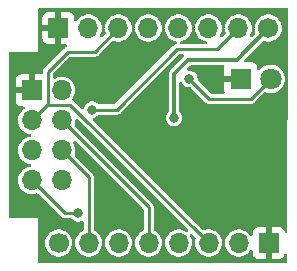
<source format=gbr>
%TF.GenerationSoftware,KiCad,Pcbnew,7.0.2-1.fc38*%
%TF.CreationDate,2023-05-29T12:19:59+02:00*%
%TF.ProjectId,cc1101_pcb,63633131-3031-45f7-9063-622e6b696361,rev?*%
%TF.SameCoordinates,Original*%
%TF.FileFunction,Copper,L2,Bot*%
%TF.FilePolarity,Positive*%
%FSLAX46Y46*%
G04 Gerber Fmt 4.6, Leading zero omitted, Abs format (unit mm)*
G04 Created by KiCad (PCBNEW 7.0.2-1.fc38) date 2023-05-29 12:19:59*
%MOMM*%
%LPD*%
G01*
G04 APERTURE LIST*
%TA.AperFunction,ComponentPad*%
%ADD10C,1.700000*%
%TD*%
%TA.AperFunction,ComponentPad*%
%ADD11O,1.700000X1.700000*%
%TD*%
%TA.AperFunction,ComponentPad*%
%ADD12R,1.700000X1.700000*%
%TD*%
%TA.AperFunction,ComponentPad*%
%ADD13R,1.800000X1.800000*%
%TD*%
%TA.AperFunction,ComponentPad*%
%ADD14C,1.800000*%
%TD*%
%TA.AperFunction,ViaPad*%
%ADD15C,0.800000*%
%TD*%
%TA.AperFunction,Conductor*%
%ADD16C,0.300000*%
%TD*%
%TA.AperFunction,Conductor*%
%ADD17C,0.250000*%
%TD*%
G04 APERTURE END LIST*
D10*
%TO.P,J1,1,Pin_1*%
%TO.N,Net-(J1-Pin_1)*%
X55200000Y-78900000D03*
D11*
%TO.P,J1,2,Pin_2*%
%TO.N,Net-(J1-Pin_2)*%
X52660000Y-78900000D03*
%TO.P,J1,3,Pin_3*%
%TO.N,Net-(J1-Pin_3)*%
X50120000Y-78900000D03*
%TO.P,J1,4,Pin_4*%
%TO.N,Net-(J1-Pin_4)*%
X47580000Y-78900000D03*
%TO.P,J1,5,Pin_5*%
%TO.N,Net-(J1-Pin_5)*%
X45040000Y-78900000D03*
%TO.P,J1,6,Pin_6*%
%TO.N,Net-(J1-Pin_6)*%
X42500000Y-78900000D03*
%TO.P,J1,7,Pin_7*%
%TO.N,unconnected-(J1-Pin_7-Pad7)*%
X39960000Y-78900000D03*
D12*
%TO.P,J1,8,Pin_8*%
%TO.N,GND*%
X37420000Y-78900000D03*
%TD*%
D10*
%TO.P,J2,1,Pin_1*%
%TO.N,Net-(J1-Pin_1)*%
X37440000Y-97100000D03*
D11*
%TO.P,J2,2,Pin_2*%
%TO.N,Net-(J1-Pin_2)*%
X39980000Y-97100000D03*
%TO.P,J2,3,Pin_3*%
%TO.N,Net-(J1-Pin_3)*%
X42520000Y-97100000D03*
%TO.P,J2,4,Pin_4*%
%TO.N,Net-(J1-Pin_4)*%
X45060000Y-97100000D03*
%TO.P,J2,5,Pin_5*%
%TO.N,Net-(J1-Pin_5)*%
X47600000Y-97100000D03*
%TO.P,J2,6,Pin_6*%
%TO.N,Net-(J1-Pin_6)*%
X50140000Y-97100000D03*
%TO.P,J2,7,Pin_7*%
%TO.N,unconnected-(J2-Pin_7-Pad7)*%
X52680000Y-97100000D03*
D12*
%TO.P,J2,8,Pin_8*%
%TO.N,GND*%
X55220000Y-97100000D03*
%TD*%
D13*
%TO.P,LED,1,K*%
%TO.N,GND*%
X52860000Y-83200000D03*
D14*
%TO.P,LED,2,A*%
%TO.N,Net-(D1-A)*%
X55400000Y-83200000D03*
%TD*%
D12*
%TO.P,J3,1,Pin_1*%
%TO.N,GND*%
X35160000Y-84180000D03*
D11*
%TO.P,J3,2,Pin_2*%
%TO.N,Net-(J3-Pin_2)*%
X37700000Y-84180000D03*
%TO.P,J3,3,Pin_3*%
%TO.N,Net-(J1-Pin_6)*%
X35160000Y-86720000D03*
%TO.P,J3,4,Pin_4*%
%TO.N,Net-(J1-Pin_4)*%
X37700000Y-86720000D03*
%TO.P,J3,5,Pin_5*%
%TO.N,Net-(J1-Pin_5)*%
X35160000Y-89260000D03*
%TO.P,J3,6,Pin_6*%
%TO.N,Net-(J1-Pin_2)*%
X37700000Y-89260000D03*
%TO.P,J3,7,Pin_7*%
%TO.N,Net-(J1-Pin_3)*%
X35160000Y-91800000D03*
%TO.P,J3,8,Pin_8*%
%TO.N,unconnected-(J3-Pin_8-Pad8)*%
X37700000Y-91800000D03*
%TD*%
D15*
%TO.N,GND*%
X46000000Y-86600000D03*
X46000000Y-90200000D03*
%TO.N,Net-(D1-A)*%
X48500000Y-83200000D03*
%TO.N,Net-(J1-Pin_1)*%
X47200000Y-86500000D03*
%TO.N,Net-(J1-Pin_3)*%
X39100000Y-94600000D03*
%TO.N,Net-(J1-Pin_2)*%
X40300000Y-85800000D03*
%TD*%
D16*
%TO.N,Net-(J1-Pin_1)*%
X47200000Y-86500000D02*
X47200000Y-82800000D01*
X48400000Y-81600000D02*
X52500000Y-81600000D01*
X47200000Y-82800000D02*
X48400000Y-81600000D01*
X52500000Y-81600000D02*
X55200000Y-78900000D01*
D17*
%TO.N,Net-(D1-A)*%
X48500000Y-83200000D02*
X50200305Y-84900305D01*
X50200305Y-84900305D02*
X53699695Y-84900305D01*
X53699695Y-84900305D02*
X55400000Y-83200000D01*
%TO.N,Net-(J1-Pin_2)*%
X40300000Y-85800000D02*
X42341701Y-85800000D01*
X47441701Y-80700000D02*
X50860000Y-80700000D01*
X42341701Y-85800000D02*
X47441701Y-80700000D01*
X50860000Y-80700000D02*
X52660000Y-78900000D01*
%TO.N,Net-(J1-Pin_3)*%
X37960000Y-94600000D02*
X39100000Y-94600000D01*
X35160000Y-91800000D02*
X37960000Y-94600000D01*
%TO.N,Net-(J1-Pin_2)*%
X39980000Y-97100000D02*
X39980000Y-91540000D01*
X39980000Y-91540000D02*
X37700000Y-89260000D01*
%TO.N,Net-(J1-Pin_6)*%
X35160000Y-86720000D02*
X36480000Y-85400000D01*
X36480000Y-85400000D02*
X38440000Y-85400000D01*
X38440000Y-85400000D02*
X50140000Y-97100000D01*
X35160000Y-86720000D02*
X36525000Y-85355000D01*
X36525000Y-85355000D02*
X36525000Y-82584150D01*
X36525000Y-82584150D02*
X38209150Y-80900000D01*
X38209150Y-80900000D02*
X40500000Y-80900000D01*
X40500000Y-80900000D02*
X42500000Y-78900000D01*
%TO.N,Net-(J1-Pin_4)*%
X45060000Y-97100000D02*
X45060000Y-94080000D01*
X45060000Y-94080000D02*
X37700000Y-86720000D01*
%TD*%
%TA.AperFunction,Conductor*%
%TO.N,GND*%
G36*
X51410675Y-82070185D02*
G01*
X51456430Y-82122989D01*
X51466925Y-82187756D01*
X51460354Y-82248869D01*
X51460000Y-82255481D01*
X51460000Y-82950000D01*
X52484722Y-82950000D01*
X52436375Y-83033740D01*
X52406190Y-83165992D01*
X52416327Y-83301265D01*
X52465887Y-83427541D01*
X52483797Y-83450000D01*
X51460000Y-83450000D01*
X51460000Y-84144518D01*
X51460354Y-84151132D01*
X51466400Y-84207371D01*
X51503736Y-84307471D01*
X51508720Y-84377163D01*
X51475235Y-84438486D01*
X51413912Y-84471971D01*
X51387554Y-84474805D01*
X50427915Y-84474805D01*
X50360876Y-84455120D01*
X50340234Y-84438486D01*
X49237087Y-83335339D01*
X49203602Y-83274016D01*
X49201672Y-83232715D01*
X49205645Y-83200000D01*
X49185140Y-83031128D01*
X49124818Y-82872070D01*
X49028183Y-82732071D01*
X48900852Y-82619266D01*
X48855044Y-82595224D01*
X48750224Y-82540209D01*
X48625764Y-82509533D01*
X48585056Y-82499500D01*
X48436965Y-82499500D01*
X48369926Y-82479815D01*
X48324171Y-82427011D01*
X48314227Y-82357853D01*
X48343252Y-82294297D01*
X48349284Y-82287819D01*
X48550284Y-82086819D01*
X48611607Y-82053334D01*
X48637965Y-82050500D01*
X51343636Y-82050500D01*
X51410675Y-82070185D01*
G37*
%TD.AperFunction*%
%TA.AperFunction,Conductor*%
G36*
X56842463Y-77219685D02*
G01*
X56888218Y-77272489D01*
X56899423Y-77324574D01*
X56812300Y-96143091D01*
X56792305Y-96210039D01*
X56739290Y-96255549D01*
X56670086Y-96265172D01*
X56606665Y-96235853D01*
X56569163Y-96176901D01*
X56565011Y-96155770D01*
X56563597Y-96142624D01*
X56513352Y-96007910D01*
X56427188Y-95892811D01*
X56312089Y-95806647D01*
X56177371Y-95756400D01*
X56121132Y-95750354D01*
X56114518Y-95750000D01*
X55470000Y-95750000D01*
X55470000Y-96664498D01*
X55362315Y-96615320D01*
X55255763Y-96600000D01*
X55184237Y-96600000D01*
X55077685Y-96615320D01*
X54970000Y-96664498D01*
X54970000Y-95750000D01*
X54325482Y-95750000D01*
X54318867Y-95750354D01*
X54262628Y-95756400D01*
X54127910Y-95806647D01*
X54012811Y-95892811D01*
X53926647Y-96007910D01*
X53876400Y-96142628D01*
X53870354Y-96198867D01*
X53870000Y-96205481D01*
X53870000Y-96396731D01*
X53850315Y-96463770D01*
X53797511Y-96509525D01*
X53728353Y-96519469D01*
X53664797Y-96490444D01*
X53647046Y-96471458D01*
X53533873Y-96321594D01*
X53376301Y-96177947D01*
X53195017Y-96065701D01*
X52996198Y-95988679D01*
X52979411Y-95985541D01*
X52786610Y-95949500D01*
X52573390Y-95949500D01*
X52433664Y-95975619D01*
X52363801Y-95988679D01*
X52164982Y-96065701D01*
X51983698Y-96177947D01*
X51826126Y-96321594D01*
X51697631Y-96491747D01*
X51602595Y-96682609D01*
X51544243Y-96887689D01*
X51533471Y-97003951D01*
X51507685Y-97068888D01*
X51463130Y-97100804D01*
X51499503Y-97121668D01*
X51531693Y-97183681D01*
X51533471Y-97196048D01*
X51544243Y-97312310D01*
X51602595Y-97517390D01*
X51697631Y-97708252D01*
X51769385Y-97803268D01*
X51826128Y-97878407D01*
X51983698Y-98022052D01*
X52164981Y-98134298D01*
X52363802Y-98211321D01*
X52573390Y-98250500D01*
X52573392Y-98250500D01*
X52786608Y-98250500D01*
X52786610Y-98250500D01*
X52996198Y-98211321D01*
X53195019Y-98134298D01*
X53376302Y-98022052D01*
X53533872Y-97878407D01*
X53647047Y-97728540D01*
X53703155Y-97686905D01*
X53772867Y-97682214D01*
X53834049Y-97715956D01*
X53867276Y-97777419D01*
X53870000Y-97803268D01*
X53870000Y-97994518D01*
X53870354Y-98001132D01*
X53876400Y-98057371D01*
X53926647Y-98192089D01*
X54012811Y-98307188D01*
X54127910Y-98393352D01*
X54262628Y-98443599D01*
X54318867Y-98449645D01*
X54325482Y-98450000D01*
X54970000Y-98450000D01*
X54970000Y-97535501D01*
X55077685Y-97584680D01*
X55184237Y-97600000D01*
X55255763Y-97600000D01*
X55362315Y-97584680D01*
X55470000Y-97535501D01*
X55470000Y-98450000D01*
X56114518Y-98450000D01*
X56121132Y-98449645D01*
X56177371Y-98443599D01*
X56312089Y-98393352D01*
X56427188Y-98307188D01*
X56513352Y-98192088D01*
X56563046Y-98058853D01*
X56604917Y-98002919D01*
X56670381Y-97978502D01*
X56738654Y-97993353D01*
X56788060Y-98042758D01*
X56803227Y-98102760D01*
X56800571Y-98676574D01*
X56780576Y-98743522D01*
X56727561Y-98789032D01*
X56676572Y-98800000D01*
X35824000Y-98800000D01*
X35756961Y-98780315D01*
X35711206Y-98727511D01*
X35700000Y-98676000D01*
X35700000Y-97100000D01*
X36284571Y-97100000D01*
X36304243Y-97312310D01*
X36362595Y-97517390D01*
X36457631Y-97708252D01*
X36529385Y-97803268D01*
X36586128Y-97878407D01*
X36743698Y-98022052D01*
X36924981Y-98134298D01*
X37123802Y-98211321D01*
X37333390Y-98250500D01*
X37333392Y-98250500D01*
X37546608Y-98250500D01*
X37546610Y-98250500D01*
X37756198Y-98211321D01*
X37955019Y-98134298D01*
X38136302Y-98022052D01*
X38293872Y-97878407D01*
X38422366Y-97708255D01*
X38422366Y-97708253D01*
X38422368Y-97708252D01*
X38513639Y-97524952D01*
X38517405Y-97517389D01*
X38575756Y-97312310D01*
X38586529Y-97196047D01*
X38612315Y-97131111D01*
X38656869Y-97099194D01*
X38620497Y-97078331D01*
X38588307Y-97016318D01*
X38586529Y-97003951D01*
X38575756Y-96887689D01*
X38542043Y-96769202D01*
X38517405Y-96682611D01*
X38513639Y-96675048D01*
X38422368Y-96491747D01*
X38293873Y-96321594D01*
X38136301Y-96177947D01*
X37955017Y-96065701D01*
X37756198Y-95988679D01*
X37739411Y-95985541D01*
X37546610Y-95949500D01*
X37333390Y-95949500D01*
X37193664Y-95975619D01*
X37123801Y-95988679D01*
X36924982Y-96065701D01*
X36743698Y-96177947D01*
X36586126Y-96321594D01*
X36457631Y-96491747D01*
X36362595Y-96682609D01*
X36304243Y-96887689D01*
X36284571Y-97100000D01*
X35700000Y-97100000D01*
X35700000Y-95000000D01*
X33324000Y-95000000D01*
X33256961Y-94980315D01*
X33211206Y-94927511D01*
X33200000Y-94876000D01*
X33200000Y-85074518D01*
X33810000Y-85074518D01*
X33810354Y-85081132D01*
X33816400Y-85137371D01*
X33866647Y-85272089D01*
X33952811Y-85387188D01*
X34067910Y-85473352D01*
X34202628Y-85523599D01*
X34258867Y-85529645D01*
X34265482Y-85530000D01*
X34460634Y-85530000D01*
X34527673Y-85549685D01*
X34573428Y-85602489D01*
X34583372Y-85671647D01*
X34554347Y-85735203D01*
X34525913Y-85759425D01*
X34508545Y-85770179D01*
X34463698Y-85797947D01*
X34306126Y-85941594D01*
X34177631Y-86111747D01*
X34082595Y-86302609D01*
X34024243Y-86507689D01*
X34004571Y-86720000D01*
X34024243Y-86932310D01*
X34082595Y-87137390D01*
X34177631Y-87328252D01*
X34306126Y-87498405D01*
X34306128Y-87498407D01*
X34463698Y-87642052D01*
X34644981Y-87754298D01*
X34843802Y-87831321D01*
X35040613Y-87868111D01*
X35102893Y-87899779D01*
X35138166Y-87960092D01*
X35135232Y-88029900D01*
X35095023Y-88087040D01*
X35040613Y-88111888D01*
X34910475Y-88136215D01*
X34843801Y-88148679D01*
X34644982Y-88225701D01*
X34463698Y-88337947D01*
X34306126Y-88481594D01*
X34177631Y-88651747D01*
X34082595Y-88842609D01*
X34024243Y-89047689D01*
X34004571Y-89260000D01*
X34024243Y-89472310D01*
X34082595Y-89677390D01*
X34177631Y-89868252D01*
X34306126Y-90038405D01*
X34306128Y-90038407D01*
X34463698Y-90182052D01*
X34644981Y-90294298D01*
X34843802Y-90371321D01*
X35040613Y-90408111D01*
X35102893Y-90439779D01*
X35138166Y-90500092D01*
X35135232Y-90569900D01*
X35095023Y-90627040D01*
X35040613Y-90651888D01*
X34910475Y-90676215D01*
X34843801Y-90688679D01*
X34644982Y-90765701D01*
X34463698Y-90877947D01*
X34306126Y-91021594D01*
X34177631Y-91191747D01*
X34082595Y-91382609D01*
X34024243Y-91587689D01*
X34007572Y-91767609D01*
X34004571Y-91800000D01*
X34006239Y-91818003D01*
X34024243Y-92012310D01*
X34082595Y-92217390D01*
X34177631Y-92408252D01*
X34306126Y-92578405D01*
X34306128Y-92578407D01*
X34463698Y-92722052D01*
X34644981Y-92834298D01*
X34843802Y-92911321D01*
X35053390Y-92950500D01*
X35053392Y-92950500D01*
X35266608Y-92950500D01*
X35266610Y-92950500D01*
X35476198Y-92911321D01*
X35540238Y-92886511D01*
X35609855Y-92880649D01*
X35671596Y-92913357D01*
X35672708Y-92914456D01*
X37611472Y-94853220D01*
X37706780Y-94948528D01*
X37724532Y-94957573D01*
X37728295Y-94959490D01*
X37744882Y-94969654D01*
X37764419Y-94983849D01*
X37779344Y-94988698D01*
X37787379Y-94991309D01*
X37805359Y-94998756D01*
X37826874Y-95009719D01*
X37850719Y-95013495D01*
X37869642Y-95018037D01*
X37892607Y-95025500D01*
X37926512Y-95025500D01*
X38477450Y-95025500D01*
X38544489Y-95045185D01*
X38559222Y-95059438D01*
X38560547Y-95057944D01*
X38571815Y-95067927D01*
X38571817Y-95067929D01*
X38699148Y-95180734D01*
X38849775Y-95259790D01*
X39014944Y-95300500D01*
X39014945Y-95300500D01*
X39185055Y-95300500D01*
X39185056Y-95300500D01*
X39350225Y-95259790D01*
X39372873Y-95247902D01*
X39441381Y-95234177D01*
X39506434Y-95259669D01*
X39547379Y-95316284D01*
X39554500Y-95357699D01*
X39554500Y-95946080D01*
X39534815Y-96013119D01*
X39482011Y-96058874D01*
X39475294Y-96061706D01*
X39464985Y-96065699D01*
X39283698Y-96177947D01*
X39126126Y-96321594D01*
X38997631Y-96491747D01*
X38902595Y-96682609D01*
X38844243Y-96887689D01*
X38833471Y-97003951D01*
X38807685Y-97068888D01*
X38763130Y-97100804D01*
X38799503Y-97121668D01*
X38831693Y-97183681D01*
X38833471Y-97196048D01*
X38844243Y-97312310D01*
X38902595Y-97517390D01*
X38997631Y-97708252D01*
X39069385Y-97803268D01*
X39126128Y-97878407D01*
X39283698Y-98022052D01*
X39464981Y-98134298D01*
X39663802Y-98211321D01*
X39873390Y-98250500D01*
X39873392Y-98250500D01*
X40086608Y-98250500D01*
X40086610Y-98250500D01*
X40296198Y-98211321D01*
X40495019Y-98134298D01*
X40676302Y-98022052D01*
X40833872Y-97878407D01*
X40962366Y-97708255D01*
X40962366Y-97708253D01*
X40962368Y-97708252D01*
X41053639Y-97524952D01*
X41057405Y-97517389D01*
X41115756Y-97312310D01*
X41126529Y-97196047D01*
X41152315Y-97131111D01*
X41194622Y-97100804D01*
X41303130Y-97100804D01*
X41339503Y-97121668D01*
X41371693Y-97183681D01*
X41373471Y-97196048D01*
X41384243Y-97312310D01*
X41442595Y-97517390D01*
X41537631Y-97708252D01*
X41609385Y-97803268D01*
X41666128Y-97878407D01*
X41823698Y-98022052D01*
X42004981Y-98134298D01*
X42203802Y-98211321D01*
X42413390Y-98250500D01*
X42413392Y-98250500D01*
X42626608Y-98250500D01*
X42626610Y-98250500D01*
X42836198Y-98211321D01*
X43035019Y-98134298D01*
X43216302Y-98022052D01*
X43373872Y-97878407D01*
X43502366Y-97708255D01*
X43502366Y-97708253D01*
X43502368Y-97708252D01*
X43593639Y-97524952D01*
X43597405Y-97517389D01*
X43655756Y-97312310D01*
X43666529Y-97196047D01*
X43692315Y-97131111D01*
X43736869Y-97099194D01*
X43700497Y-97078331D01*
X43668307Y-97016318D01*
X43666529Y-97003951D01*
X43655756Y-96887689D01*
X43622043Y-96769202D01*
X43597405Y-96682611D01*
X43593639Y-96675048D01*
X43502368Y-96491747D01*
X43373873Y-96321594D01*
X43216301Y-96177947D01*
X43035017Y-96065701D01*
X42836198Y-95988679D01*
X42819411Y-95985541D01*
X42626610Y-95949500D01*
X42413390Y-95949500D01*
X42273664Y-95975619D01*
X42203801Y-95988679D01*
X42004982Y-96065701D01*
X41823698Y-96177947D01*
X41666126Y-96321594D01*
X41537631Y-96491747D01*
X41442595Y-96682609D01*
X41384243Y-96887689D01*
X41373471Y-97003951D01*
X41347685Y-97068888D01*
X41303130Y-97100804D01*
X41194622Y-97100804D01*
X41196869Y-97099194D01*
X41160497Y-97078331D01*
X41128307Y-97016318D01*
X41126529Y-97003951D01*
X41115756Y-96887689D01*
X41082043Y-96769202D01*
X41057405Y-96682611D01*
X41053639Y-96675048D01*
X40962368Y-96491747D01*
X40833873Y-96321594D01*
X40676301Y-96177947D01*
X40495014Y-96065699D01*
X40484706Y-96061706D01*
X40429304Y-96019133D01*
X40405714Y-95953366D01*
X40405500Y-95946080D01*
X40405500Y-91472608D01*
X40398039Y-91449648D01*
X40393495Y-91430719D01*
X40389719Y-91406874D01*
X40378756Y-91385359D01*
X40371309Y-91367379D01*
X40368698Y-91359344D01*
X40363849Y-91344419D01*
X40349654Y-91324882D01*
X40339490Y-91308295D01*
X40328527Y-91286779D01*
X38816025Y-89774277D01*
X38782540Y-89712954D01*
X38784439Y-89652664D01*
X38835756Y-89472310D01*
X38855429Y-89260000D01*
X38835756Y-89047690D01*
X38777405Y-88842611D01*
X38776867Y-88841531D01*
X38677245Y-88641459D01*
X38680116Y-88640029D01*
X38662029Y-88592154D01*
X38676592Y-88523819D01*
X38725788Y-88474205D01*
X38793997Y-88459065D01*
X38859565Y-88483204D01*
X38873356Y-88495104D01*
X44598181Y-94219929D01*
X44631666Y-94281252D01*
X44634500Y-94307610D01*
X44634500Y-95946080D01*
X44614815Y-96013119D01*
X44562011Y-96058874D01*
X44555294Y-96061706D01*
X44544985Y-96065699D01*
X44363698Y-96177947D01*
X44206126Y-96321594D01*
X44077631Y-96491747D01*
X43982595Y-96682609D01*
X43924243Y-96887689D01*
X43913471Y-97003951D01*
X43887685Y-97068888D01*
X43843130Y-97100804D01*
X43879503Y-97121668D01*
X43911693Y-97183681D01*
X43913471Y-97196048D01*
X43924243Y-97312310D01*
X43982595Y-97517390D01*
X44077631Y-97708252D01*
X44149385Y-97803268D01*
X44206128Y-97878407D01*
X44363698Y-98022052D01*
X44544981Y-98134298D01*
X44743802Y-98211321D01*
X44953390Y-98250500D01*
X44953392Y-98250500D01*
X45166608Y-98250500D01*
X45166610Y-98250500D01*
X45376198Y-98211321D01*
X45575019Y-98134298D01*
X45756302Y-98022052D01*
X45913872Y-97878407D01*
X46042366Y-97708255D01*
X46042366Y-97708253D01*
X46042368Y-97708252D01*
X46133639Y-97524952D01*
X46137405Y-97517389D01*
X46195756Y-97312310D01*
X46206529Y-97196047D01*
X46232315Y-97131111D01*
X46276869Y-97099194D01*
X46240497Y-97078331D01*
X46208307Y-97016318D01*
X46206529Y-97003951D01*
X46195756Y-96887689D01*
X46162043Y-96769202D01*
X46137405Y-96682611D01*
X46133639Y-96675048D01*
X46042368Y-96491747D01*
X45913873Y-96321594D01*
X45756301Y-96177947D01*
X45575014Y-96065699D01*
X45564706Y-96061706D01*
X45509304Y-96019133D01*
X45485714Y-95953366D01*
X45485500Y-95946080D01*
X45485500Y-94012606D01*
X45478038Y-93989641D01*
X45473495Y-93970720D01*
X45469719Y-93946874D01*
X45458758Y-93925362D01*
X45451310Y-93907381D01*
X45443850Y-93884419D01*
X45443849Y-93884417D01*
X45429652Y-93864876D01*
X45419487Y-93848288D01*
X45408527Y-93826779D01*
X45330661Y-93748913D01*
X45330659Y-93748910D01*
X42081841Y-90500092D01*
X38816024Y-87234276D01*
X38782540Y-87172954D01*
X38784439Y-87112664D01*
X38835756Y-86932310D01*
X38855429Y-86720000D01*
X38855428Y-86719999D01*
X38856489Y-86708559D01*
X38859973Y-86708881D01*
X38869592Y-86659665D01*
X38917938Y-86609223D01*
X38985880Y-86592926D01*
X39051848Y-86615949D01*
X39067341Y-86629089D01*
X48380545Y-95942293D01*
X48414030Y-96003616D01*
X48409046Y-96073308D01*
X48367174Y-96129241D01*
X48301710Y-96153658D01*
X48233437Y-96138806D01*
X48227586Y-96135401D01*
X48217637Y-96129241D01*
X48115019Y-96065702D01*
X48115017Y-96065701D01*
X47916198Y-95988679D01*
X47899411Y-95985541D01*
X47706610Y-95949500D01*
X47493390Y-95949500D01*
X47353664Y-95975619D01*
X47283801Y-95988679D01*
X47084982Y-96065701D01*
X46903698Y-96177947D01*
X46746126Y-96321594D01*
X46617631Y-96491747D01*
X46522595Y-96682609D01*
X46464243Y-96887689D01*
X46453471Y-97003951D01*
X46427685Y-97068888D01*
X46383130Y-97100804D01*
X46419503Y-97121668D01*
X46451693Y-97183681D01*
X46453471Y-97196048D01*
X46464243Y-97312310D01*
X46522595Y-97517390D01*
X46617631Y-97708252D01*
X46689385Y-97803268D01*
X46746128Y-97878407D01*
X46903698Y-98022052D01*
X47084981Y-98134298D01*
X47283802Y-98211321D01*
X47493390Y-98250500D01*
X47493392Y-98250500D01*
X47706608Y-98250500D01*
X47706610Y-98250500D01*
X47916198Y-98211321D01*
X48115019Y-98134298D01*
X48296302Y-98022052D01*
X48453872Y-97878407D01*
X48582366Y-97708255D01*
X48582366Y-97708253D01*
X48582368Y-97708252D01*
X48673639Y-97524952D01*
X48677405Y-97517389D01*
X48735756Y-97312310D01*
X48746529Y-97196047D01*
X48772315Y-97131111D01*
X48816869Y-97099194D01*
X48780497Y-97078331D01*
X48748307Y-97016318D01*
X48746529Y-97003951D01*
X48735756Y-96887689D01*
X48702043Y-96769202D01*
X48677405Y-96682611D01*
X48673639Y-96675048D01*
X48577245Y-96481459D01*
X48580116Y-96480029D01*
X48562029Y-96432154D01*
X48576592Y-96363819D01*
X48625788Y-96314205D01*
X48693997Y-96299065D01*
X48759565Y-96323204D01*
X48773356Y-96335104D01*
X49023974Y-96585722D01*
X49057459Y-96647045D01*
X49055559Y-96707338D01*
X49004243Y-96887689D01*
X48993471Y-97003951D01*
X48967685Y-97068888D01*
X48923130Y-97100804D01*
X48959503Y-97121668D01*
X48991693Y-97183681D01*
X48993471Y-97196048D01*
X49004243Y-97312310D01*
X49062595Y-97517390D01*
X49157631Y-97708252D01*
X49229385Y-97803268D01*
X49286128Y-97878407D01*
X49443698Y-98022052D01*
X49624981Y-98134298D01*
X49823802Y-98211321D01*
X50033390Y-98250500D01*
X50033392Y-98250500D01*
X50246608Y-98250500D01*
X50246610Y-98250500D01*
X50456198Y-98211321D01*
X50655019Y-98134298D01*
X50836302Y-98022052D01*
X50993872Y-97878407D01*
X51122366Y-97708255D01*
X51122366Y-97708253D01*
X51122368Y-97708252D01*
X51213639Y-97524952D01*
X51217405Y-97517389D01*
X51275756Y-97312310D01*
X51286529Y-97196047D01*
X51312315Y-97131111D01*
X51356869Y-97099194D01*
X51320497Y-97078331D01*
X51288307Y-97016318D01*
X51286529Y-97003951D01*
X51275756Y-96887689D01*
X51242043Y-96769202D01*
X51217405Y-96682611D01*
X51213639Y-96675048D01*
X51122368Y-96491747D01*
X50993873Y-96321594D01*
X50836301Y-96177947D01*
X50655017Y-96065701D01*
X50456198Y-95988679D01*
X50439411Y-95985541D01*
X50246610Y-95949500D01*
X50033390Y-95949500D01*
X49823802Y-95988679D01*
X49823800Y-95988679D01*
X49823798Y-95988680D01*
X49759762Y-96013487D01*
X49690139Y-96019348D01*
X49628399Y-95986638D01*
X49627289Y-95985541D01*
X40345723Y-86703975D01*
X40312238Y-86642652D01*
X40317222Y-86572960D01*
X40359094Y-86517027D01*
X40403728Y-86495897D01*
X40550225Y-86459790D01*
X40700852Y-86380734D01*
X40828183Y-86267929D01*
X40828184Y-86267927D01*
X40839453Y-86257944D01*
X40842420Y-86261293D01*
X40874800Y-86235062D01*
X40922550Y-86225500D01*
X42409092Y-86225500D01*
X42409094Y-86225500D01*
X42432064Y-86218035D01*
X42450967Y-86213497D01*
X42474827Y-86209719D01*
X42496348Y-86198752D01*
X42514317Y-86191309D01*
X42537282Y-86183849D01*
X42556812Y-86169658D01*
X42573405Y-86159489D01*
X42594921Y-86148528D01*
X42690229Y-86053220D01*
X42690229Y-86053219D01*
X47581629Y-81161819D01*
X47642952Y-81128334D01*
X47669310Y-81125500D01*
X47938034Y-81125500D01*
X48005073Y-81145185D01*
X48050828Y-81197989D01*
X48060772Y-81267147D01*
X48031747Y-81330703D01*
X48025715Y-81337181D01*
X46904264Y-82458631D01*
X46893898Y-82467895D01*
X46866031Y-82490118D01*
X46833824Y-82537356D01*
X46831144Y-82541132D01*
X46793633Y-82591959D01*
X46791301Y-82596578D01*
X46772674Y-82656966D01*
X46771225Y-82661369D01*
X46750369Y-82720973D01*
X46749500Y-82726089D01*
X46749500Y-82789261D01*
X46749413Y-82793898D01*
X46747050Y-82857029D01*
X46749500Y-82875635D01*
X46749500Y-85907442D01*
X46729815Y-85974481D01*
X46707727Y-86000257D01*
X46671817Y-86032069D01*
X46575182Y-86172069D01*
X46514860Y-86331127D01*
X46494354Y-86500000D01*
X46514860Y-86668872D01*
X46575182Y-86827930D01*
X46671815Y-86967927D01*
X46671816Y-86967928D01*
X46671817Y-86967929D01*
X46799148Y-87080734D01*
X46949775Y-87159790D01*
X47114944Y-87200500D01*
X47114945Y-87200500D01*
X47285055Y-87200500D01*
X47285056Y-87200500D01*
X47450225Y-87159790D01*
X47600852Y-87080734D01*
X47728183Y-86967929D01*
X47824818Y-86827930D01*
X47885140Y-86668872D01*
X47905645Y-86500000D01*
X47885140Y-86331128D01*
X47824818Y-86172070D01*
X47780228Y-86107470D01*
X47728182Y-86032069D01*
X47692273Y-86000257D01*
X47655146Y-85941068D01*
X47650500Y-85907442D01*
X47650500Y-83600351D01*
X47670185Y-83533312D01*
X47722989Y-83487557D01*
X47792147Y-83477613D01*
X47855703Y-83506638D01*
X47876547Y-83529908D01*
X47923618Y-83598101D01*
X47971815Y-83667927D01*
X47971816Y-83667928D01*
X47971817Y-83667929D01*
X48099148Y-83780734D01*
X48249775Y-83859790D01*
X48414944Y-83900500D01*
X48414945Y-83900500D01*
X48547390Y-83900500D01*
X48614429Y-83920185D01*
X48635070Y-83936818D01*
X49851777Y-85153525D01*
X49947085Y-85248833D01*
X49968593Y-85259792D01*
X49968597Y-85259794D01*
X49985185Y-85269959D01*
X50004722Y-85284153D01*
X50004723Y-85284153D01*
X50004724Y-85284154D01*
X50027686Y-85291614D01*
X50045666Y-85299062D01*
X50067179Y-85310024D01*
X50091024Y-85313800D01*
X50109947Y-85318342D01*
X50132912Y-85325805D01*
X50132913Y-85325805D01*
X53767086Y-85325805D01*
X53767088Y-85325805D01*
X53790058Y-85318340D01*
X53808961Y-85313802D01*
X53832821Y-85310024D01*
X53854342Y-85299057D01*
X53872311Y-85291614D01*
X53895276Y-85284154D01*
X53914806Y-85269963D01*
X53931399Y-85259794D01*
X53952915Y-85248833D01*
X54048223Y-85153525D01*
X54848643Y-84353103D01*
X54909964Y-84319620D01*
X54979655Y-84324604D01*
X54980954Y-84325098D01*
X55070060Y-84359618D01*
X55288757Y-84400500D01*
X55288759Y-84400500D01*
X55511241Y-84400500D01*
X55511243Y-84400500D01*
X55729940Y-84359618D01*
X55937401Y-84279247D01*
X56126562Y-84162124D01*
X56290981Y-84012236D01*
X56425058Y-83834689D01*
X56524229Y-83635528D01*
X56585115Y-83421536D01*
X56605643Y-83200000D01*
X56585115Y-82978464D01*
X56548851Y-82851010D01*
X56524230Y-82764473D01*
X56425058Y-82565311D01*
X56290980Y-82387762D01*
X56126562Y-82237875D01*
X55937404Y-82120754D01*
X55806870Y-82070185D01*
X55729940Y-82040382D01*
X55511243Y-81999500D01*
X55288757Y-81999500D01*
X55116932Y-82031620D01*
X55070060Y-82040382D01*
X54862595Y-82120754D01*
X54673437Y-82237875D01*
X54509019Y-82387762D01*
X54482954Y-82422279D01*
X54426845Y-82463915D01*
X54357133Y-82468606D01*
X54295951Y-82434864D01*
X54262724Y-82373400D01*
X54260000Y-82347552D01*
X54260000Y-82255481D01*
X54259645Y-82248867D01*
X54253599Y-82192628D01*
X54203352Y-82057910D01*
X54117188Y-81942811D01*
X54002089Y-81856647D01*
X53867371Y-81806400D01*
X53811132Y-81800354D01*
X53804518Y-81800000D01*
X53236465Y-81800000D01*
X53169426Y-81780315D01*
X53123671Y-81727511D01*
X53113727Y-81658353D01*
X53142752Y-81594797D01*
X53148784Y-81588319D01*
X53539330Y-81197773D01*
X54712773Y-80024328D01*
X54774094Y-79990845D01*
X54843785Y-79995829D01*
X54845245Y-79996384D01*
X54883802Y-80011321D01*
X55093390Y-80050500D01*
X55093392Y-80050500D01*
X55306608Y-80050500D01*
X55306610Y-80050500D01*
X55516198Y-80011321D01*
X55715019Y-79934298D01*
X55896302Y-79822052D01*
X56053872Y-79678407D01*
X56182366Y-79508255D01*
X56182366Y-79508253D01*
X56182368Y-79508252D01*
X56254928Y-79362529D01*
X56277405Y-79317389D01*
X56335756Y-79112310D01*
X56355429Y-78900000D01*
X56335756Y-78687690D01*
X56277405Y-78482611D01*
X56273639Y-78475048D01*
X56182368Y-78291747D01*
X56053873Y-78121594D01*
X55896301Y-77977947D01*
X55715017Y-77865701D01*
X55516198Y-77788679D01*
X55516198Y-77788678D01*
X55306610Y-77749500D01*
X55093390Y-77749500D01*
X54953664Y-77775619D01*
X54883801Y-77788679D01*
X54684982Y-77865701D01*
X54503698Y-77977947D01*
X54346126Y-78121594D01*
X54217631Y-78291747D01*
X54122595Y-78482609D01*
X54064243Y-78687689D01*
X54053471Y-78803951D01*
X54027685Y-78868888D01*
X53983130Y-78900804D01*
X54019503Y-78921668D01*
X54051693Y-78983681D01*
X54053471Y-78996048D01*
X54064244Y-79112312D01*
X54107727Y-79265138D01*
X54107141Y-79335005D01*
X54076142Y-79386753D01*
X53870164Y-79592731D01*
X53808841Y-79626216D01*
X53739149Y-79621232D01*
X53683216Y-79579360D01*
X53658799Y-79513896D01*
X53671482Y-79449780D01*
X53737405Y-79317389D01*
X53795756Y-79112310D01*
X53806529Y-78996047D01*
X53832315Y-78931111D01*
X53876869Y-78899194D01*
X53840497Y-78878331D01*
X53808307Y-78816318D01*
X53806529Y-78803951D01*
X53795756Y-78687689D01*
X53737404Y-78482609D01*
X53642368Y-78291747D01*
X53513873Y-78121594D01*
X53356301Y-77977947D01*
X53175017Y-77865701D01*
X52976198Y-77788679D01*
X52976197Y-77788679D01*
X52766610Y-77749500D01*
X52553390Y-77749500D01*
X52413664Y-77775619D01*
X52343801Y-77788679D01*
X52144982Y-77865701D01*
X51963698Y-77977947D01*
X51806126Y-78121594D01*
X51677631Y-78291747D01*
X51582595Y-78482609D01*
X51524243Y-78687689D01*
X51513471Y-78803951D01*
X51487685Y-78868888D01*
X51443130Y-78900804D01*
X51479503Y-78921668D01*
X51511693Y-78983681D01*
X51513471Y-78996048D01*
X51524244Y-79112312D01*
X51575558Y-79292662D01*
X51574972Y-79362529D01*
X51543973Y-79414277D01*
X51293358Y-79664892D01*
X51232035Y-79698377D01*
X51162343Y-79693393D01*
X51106410Y-79651521D01*
X51081993Y-79586057D01*
X51096845Y-79517784D01*
X51100238Y-79512529D01*
X51174928Y-79362529D01*
X51197405Y-79317389D01*
X51255756Y-79112310D01*
X51266529Y-78996047D01*
X51292315Y-78931111D01*
X51336869Y-78899194D01*
X51300497Y-78878331D01*
X51268307Y-78816318D01*
X51266529Y-78803951D01*
X51255756Y-78687689D01*
X51197404Y-78482609D01*
X51102368Y-78291747D01*
X50973873Y-78121594D01*
X50816301Y-77977947D01*
X50635017Y-77865701D01*
X50436198Y-77788679D01*
X50436197Y-77788678D01*
X50226610Y-77749500D01*
X50013390Y-77749500D01*
X49873664Y-77775619D01*
X49803801Y-77788679D01*
X49604982Y-77865701D01*
X49423698Y-77977947D01*
X49266126Y-78121594D01*
X49137631Y-78291747D01*
X49042595Y-78482609D01*
X48984243Y-78687689D01*
X48973471Y-78803951D01*
X48947685Y-78868888D01*
X48903130Y-78900804D01*
X48939503Y-78921668D01*
X48971693Y-78983681D01*
X48973471Y-78996048D01*
X48984243Y-79112310D01*
X49042595Y-79317390D01*
X49137631Y-79508252D01*
X49255924Y-79664895D01*
X49266128Y-79678407D01*
X49423698Y-79822052D01*
X49604981Y-79934298D01*
X49803802Y-80011321D01*
X49896299Y-80028611D01*
X49958579Y-80060279D01*
X49993852Y-80120592D01*
X49990918Y-80190400D01*
X49950709Y-80247540D01*
X49885991Y-80273871D01*
X49873513Y-80274500D01*
X47826487Y-80274500D01*
X47759448Y-80254815D01*
X47713693Y-80202011D01*
X47703749Y-80132853D01*
X47732774Y-80069297D01*
X47791552Y-80031523D01*
X47803690Y-80028613D01*
X47896198Y-80011321D01*
X48095019Y-79934298D01*
X48276302Y-79822052D01*
X48433872Y-79678407D01*
X48562366Y-79508255D01*
X48562366Y-79508253D01*
X48562368Y-79508252D01*
X48634928Y-79362529D01*
X48657405Y-79317389D01*
X48715756Y-79112310D01*
X48726529Y-78996047D01*
X48752315Y-78931111D01*
X48796869Y-78899194D01*
X48760497Y-78878331D01*
X48728307Y-78816318D01*
X48726529Y-78803951D01*
X48715756Y-78687689D01*
X48657404Y-78482609D01*
X48562368Y-78291747D01*
X48433873Y-78121594D01*
X48276301Y-77977947D01*
X48095017Y-77865701D01*
X47896198Y-77788679D01*
X47686610Y-77749500D01*
X47473390Y-77749500D01*
X47333664Y-77775619D01*
X47263801Y-77788679D01*
X47064982Y-77865701D01*
X46883698Y-77977947D01*
X46726126Y-78121594D01*
X46597631Y-78291747D01*
X46502595Y-78482609D01*
X46444243Y-78687689D01*
X46433471Y-78803951D01*
X46407685Y-78868888D01*
X46363130Y-78900804D01*
X46399503Y-78921668D01*
X46431693Y-78983681D01*
X46433471Y-78996048D01*
X46444243Y-79112310D01*
X46502595Y-79317390D01*
X46597631Y-79508252D01*
X46715924Y-79664895D01*
X46726128Y-79678407D01*
X46883698Y-79822052D01*
X47064981Y-79934298D01*
X47263802Y-80011321D01*
X47369729Y-80031122D01*
X47432008Y-80062789D01*
X47467281Y-80123102D01*
X47464347Y-80192910D01*
X47424138Y-80250050D01*
X47385258Y-80270942D01*
X47351340Y-80281962D01*
X47332424Y-80286503D01*
X47308575Y-80290280D01*
X47287057Y-80301244D01*
X47269088Y-80308687D01*
X47246120Y-80316150D01*
X47226585Y-80330343D01*
X47210002Y-80340505D01*
X47188482Y-80351470D01*
X47148306Y-80391647D01*
X47093173Y-80446780D01*
X47093171Y-80446782D01*
X44623693Y-82916260D01*
X42201772Y-85338181D01*
X42140449Y-85371666D01*
X42114091Y-85374500D01*
X40922550Y-85374500D01*
X40855511Y-85354815D01*
X40840777Y-85340561D01*
X40839453Y-85342056D01*
X40828184Y-85332072D01*
X40828183Y-85332071D01*
X40700852Y-85219266D01*
X40623660Y-85178752D01*
X40550224Y-85140209D01*
X40425764Y-85109533D01*
X40385056Y-85099500D01*
X40214944Y-85099500D01*
X40182284Y-85107549D01*
X40049775Y-85140209D01*
X39899149Y-85219265D01*
X39771815Y-85332072D01*
X39675182Y-85472069D01*
X39614860Y-85631127D01*
X39608528Y-85683271D01*
X39580905Y-85747448D01*
X39522970Y-85786504D01*
X39453117Y-85788037D01*
X39397751Y-85756003D01*
X38717194Y-85075446D01*
X38693221Y-85051472D01*
X38673650Y-85041501D01*
X38622853Y-84993527D01*
X38606057Y-84925706D01*
X38628593Y-84859571D01*
X38630956Y-84856331D01*
X38682366Y-84788255D01*
X38777405Y-84597389D01*
X38835756Y-84392310D01*
X38855429Y-84180000D01*
X38835756Y-83967690D01*
X38822239Y-83920185D01*
X38797913Y-83834688D01*
X38777405Y-83762611D01*
X38773639Y-83755048D01*
X38682368Y-83571747D01*
X38553873Y-83401594D01*
X38396301Y-83257947D01*
X38215017Y-83145701D01*
X38016198Y-83068679D01*
X38013973Y-83068263D01*
X37806610Y-83029500D01*
X37593390Y-83029500D01*
X37453664Y-83055619D01*
X37383801Y-83068679D01*
X37184980Y-83145702D01*
X37139776Y-83173691D01*
X37072416Y-83192245D01*
X37005716Y-83171437D01*
X36960856Y-83117871D01*
X36950500Y-83068263D01*
X36950500Y-82811759D01*
X36970185Y-82744720D01*
X36986819Y-82724078D01*
X38349079Y-81361819D01*
X38410402Y-81328334D01*
X38436760Y-81325500D01*
X40567391Y-81325500D01*
X40567393Y-81325500D01*
X40590363Y-81318035D01*
X40609266Y-81313497D01*
X40633126Y-81309719D01*
X40654647Y-81298752D01*
X40672616Y-81291309D01*
X40695581Y-81283849D01*
X40715111Y-81269658D01*
X40731704Y-81259489D01*
X40753220Y-81248528D01*
X40848528Y-81153220D01*
X40848528Y-81153219D01*
X41987290Y-80014456D01*
X42048611Y-79980973D01*
X42118303Y-79985957D01*
X42119762Y-79986512D01*
X42128074Y-79989732D01*
X42183802Y-80011321D01*
X42393390Y-80050500D01*
X42393392Y-80050500D01*
X42606608Y-80050500D01*
X42606610Y-80050500D01*
X42816198Y-80011321D01*
X43015019Y-79934298D01*
X43196302Y-79822052D01*
X43353872Y-79678407D01*
X43482366Y-79508255D01*
X43482366Y-79508253D01*
X43482368Y-79508252D01*
X43554928Y-79362529D01*
X43577405Y-79317389D01*
X43635756Y-79112310D01*
X43646529Y-78996047D01*
X43672315Y-78931111D01*
X43714622Y-78900804D01*
X43823130Y-78900804D01*
X43859503Y-78921668D01*
X43891693Y-78983681D01*
X43893471Y-78996048D01*
X43904243Y-79112310D01*
X43962595Y-79317390D01*
X44057631Y-79508252D01*
X44175924Y-79664895D01*
X44186128Y-79678407D01*
X44343698Y-79822052D01*
X44524981Y-79934298D01*
X44723802Y-80011321D01*
X44933390Y-80050500D01*
X44933392Y-80050500D01*
X45146608Y-80050500D01*
X45146610Y-80050500D01*
X45356198Y-80011321D01*
X45555019Y-79934298D01*
X45736302Y-79822052D01*
X45893872Y-79678407D01*
X46022366Y-79508255D01*
X46022366Y-79508253D01*
X46022368Y-79508252D01*
X46094928Y-79362529D01*
X46117405Y-79317389D01*
X46175756Y-79112310D01*
X46186529Y-78996047D01*
X46212315Y-78931111D01*
X46256869Y-78899194D01*
X46220497Y-78878331D01*
X46188307Y-78816318D01*
X46186529Y-78803951D01*
X46175756Y-78687689D01*
X46117404Y-78482609D01*
X46022368Y-78291747D01*
X45893873Y-78121594D01*
X45736301Y-77977947D01*
X45555017Y-77865701D01*
X45356198Y-77788679D01*
X45356197Y-77788678D01*
X45146610Y-77749500D01*
X44933390Y-77749500D01*
X44793664Y-77775619D01*
X44723801Y-77788679D01*
X44524982Y-77865701D01*
X44343698Y-77977947D01*
X44186126Y-78121594D01*
X44057631Y-78291747D01*
X43962595Y-78482609D01*
X43904243Y-78687689D01*
X43893471Y-78803951D01*
X43867685Y-78868888D01*
X43823130Y-78900804D01*
X43714622Y-78900804D01*
X43716869Y-78899194D01*
X43680497Y-78878331D01*
X43648307Y-78816318D01*
X43646529Y-78803951D01*
X43635756Y-78687689D01*
X43577404Y-78482609D01*
X43482368Y-78291747D01*
X43353873Y-78121594D01*
X43196301Y-77977947D01*
X43015017Y-77865701D01*
X42816198Y-77788679D01*
X42816197Y-77788679D01*
X42606610Y-77749500D01*
X42393390Y-77749500D01*
X42253664Y-77775619D01*
X42183801Y-77788679D01*
X41984982Y-77865701D01*
X41803698Y-77977947D01*
X41646126Y-78121594D01*
X41517631Y-78291747D01*
X41422595Y-78482609D01*
X41364243Y-78687689D01*
X41353471Y-78803951D01*
X41327685Y-78868888D01*
X41283130Y-78900804D01*
X41319503Y-78921668D01*
X41351693Y-78983681D01*
X41353471Y-78996048D01*
X41364243Y-79112310D01*
X41415559Y-79292661D01*
X41414973Y-79362528D01*
X41383974Y-79414277D01*
X41133356Y-79664895D01*
X41072033Y-79698380D01*
X41002341Y-79693396D01*
X40946408Y-79651524D01*
X40921991Y-79586060D01*
X40936843Y-79517787D01*
X40940239Y-79512527D01*
X41014928Y-79362529D01*
X41037405Y-79317389D01*
X41095756Y-79112310D01*
X41106529Y-78996047D01*
X41132315Y-78931111D01*
X41176869Y-78899194D01*
X41140497Y-78878331D01*
X41108307Y-78816318D01*
X41106529Y-78803951D01*
X41095756Y-78687689D01*
X41037404Y-78482609D01*
X40942368Y-78291747D01*
X40813873Y-78121594D01*
X40656301Y-77977947D01*
X40475017Y-77865701D01*
X40276198Y-77788679D01*
X40276197Y-77788678D01*
X40066610Y-77749500D01*
X39853390Y-77749500D01*
X39713664Y-77775619D01*
X39643801Y-77788679D01*
X39444982Y-77865701D01*
X39263698Y-77977947D01*
X39106126Y-78121594D01*
X38992954Y-78271458D01*
X38936845Y-78313094D01*
X38867133Y-78317785D01*
X38805951Y-78284043D01*
X38772724Y-78222579D01*
X38770000Y-78196731D01*
X38770000Y-78005481D01*
X38769645Y-77998867D01*
X38763599Y-77942628D01*
X38713352Y-77807910D01*
X38627188Y-77692811D01*
X38512089Y-77606647D01*
X38377371Y-77556400D01*
X38321132Y-77550354D01*
X38314518Y-77550000D01*
X37670000Y-77550000D01*
X37670000Y-78464498D01*
X37562315Y-78415320D01*
X37455763Y-78400000D01*
X37384237Y-78400000D01*
X37277685Y-78415320D01*
X37170000Y-78464498D01*
X37170000Y-77550000D01*
X36525482Y-77550000D01*
X36518867Y-77550354D01*
X36462628Y-77556400D01*
X36327910Y-77606647D01*
X36212811Y-77692811D01*
X36126647Y-77807910D01*
X36076400Y-77942628D01*
X36070354Y-77998867D01*
X36070000Y-78005481D01*
X36070000Y-78650000D01*
X36986314Y-78650000D01*
X36960507Y-78690156D01*
X36920000Y-78828111D01*
X36920000Y-78971889D01*
X36960507Y-79109844D01*
X36986314Y-79150000D01*
X36070000Y-79150000D01*
X36070000Y-79794518D01*
X36070354Y-79801132D01*
X36076400Y-79857371D01*
X36126647Y-79992089D01*
X36212811Y-80107188D01*
X36327910Y-80193352D01*
X36462628Y-80243599D01*
X36518867Y-80249645D01*
X36525482Y-80250000D01*
X37170000Y-80250000D01*
X37170000Y-79335501D01*
X37277685Y-79384680D01*
X37384237Y-79400000D01*
X37455763Y-79400000D01*
X37562315Y-79384680D01*
X37670000Y-79335501D01*
X37670000Y-80250000D01*
X38031105Y-80250000D01*
X38098144Y-80269685D01*
X38143899Y-80322489D01*
X38153843Y-80391647D01*
X38124818Y-80455203D01*
X38087398Y-80484486D01*
X38054511Y-80501242D01*
X38036536Y-80508687D01*
X38013569Y-80516149D01*
X37994031Y-80530344D01*
X37977448Y-80540506D01*
X37955930Y-80551471D01*
X37873395Y-80634002D01*
X37873369Y-80634032D01*
X36271780Y-82235622D01*
X36176471Y-82330930D01*
X36165509Y-82352444D01*
X36155347Y-82369027D01*
X36141151Y-82388567D01*
X36133687Y-82411537D01*
X36126244Y-82429506D01*
X36115280Y-82451024D01*
X36111503Y-82474873D01*
X36106962Y-82493789D01*
X36099500Y-82516756D01*
X36099500Y-82706000D01*
X36079815Y-82773039D01*
X36027011Y-82818794D01*
X35975500Y-82830000D01*
X35410000Y-82830000D01*
X35410000Y-83744498D01*
X35302315Y-83695320D01*
X35195763Y-83680000D01*
X35124237Y-83680000D01*
X35017685Y-83695320D01*
X34910000Y-83744498D01*
X34910000Y-82830000D01*
X34265482Y-82830000D01*
X34258867Y-82830354D01*
X34202628Y-82836400D01*
X34067910Y-82886647D01*
X33952811Y-82972811D01*
X33866647Y-83087910D01*
X33816400Y-83222628D01*
X33810354Y-83278867D01*
X33810000Y-83285481D01*
X33810000Y-83930000D01*
X34726314Y-83930000D01*
X34700507Y-83970156D01*
X34660000Y-84108111D01*
X34660000Y-84251889D01*
X34700507Y-84389844D01*
X34726314Y-84430000D01*
X33810000Y-84430000D01*
X33810000Y-85074518D01*
X33200000Y-85074518D01*
X33200000Y-81024000D01*
X33219685Y-80956961D01*
X33272489Y-80911206D01*
X33324000Y-80900000D01*
X35700000Y-80900000D01*
X35700000Y-77324000D01*
X35719685Y-77256961D01*
X35772489Y-77211206D01*
X35824000Y-77200000D01*
X56775424Y-77200000D01*
X56842463Y-77219685D01*
G37*
%TD.AperFunction*%
%TD*%
M02*

</source>
